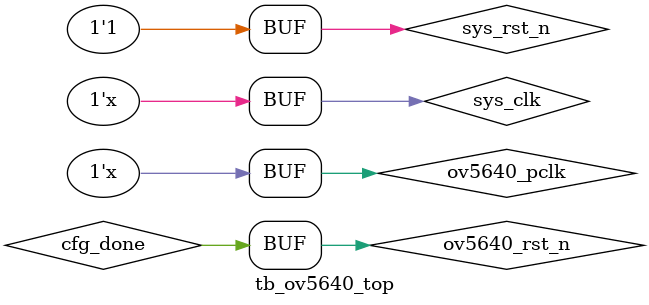
<source format=v>
`timescale  1ns/1ns

module  tb_ov5640_top();

//********************************************************************//
//****************** Parameter and Internal Signal *******************//
//********************************************************************//
//parameter define
parameter   H_VALID   =   10'd640 ,   //行有效数据
            H_TOTAL   =   10'd784 ;   //行扫描周期
parameter   V_SYNC    =   10'd4   ,   //场同步
            V_BACK    =   10'd18  ,   //场时序后沿
            V_VALID   =   10'd480 ,   //场有效数据
            V_FRONT   =   10'd8   ,   //场时序前沿
            V_TOTAL   =   10'd510 ;   //场扫描周期

//wire  define
wire            ov5640_href     ;   //行同步信号
wire            ov5640_vsync    ;   //场同步信号
wire            cfg_done        ;   //寄存器配置完成
wire            sccb_scl        ;   //SCL
wire            sccb_sda        ;   //SDA
wire            wr_en           ;   //图像数据有效使能信号
wire    [15:0]  wr_data         ;   //图像数据
wire            ov5640_rst_n    ;   //模拟ov5640复位信号

//reg   define
reg             sys_clk         ;   //模拟时钟信号
reg             sys_rst_n       ;   //模拟复位信号
reg             ov5640_pclk     ;   //模拟摄像头时钟信号
reg     [7:0]   ov5640_data     ;   //模拟摄像头采集图像数据
reg     [11:0]  cnt_h           ;   //行同步计数器
reg     [9:0]   cnt_v           ;   //场同步计数器

//********************************************************************//
//***************************** Main Code ****************************//
//********************************************************************//

// 制造信号，正规的工程中，不需要创造这么多信号，都是摄像头内部自己产生的
//时钟、复位信号
initial
  begin
    sys_clk     =   1'b1    ;
    ov5640_pclk =   1'b1    ;
    sys_rst_n   <=  1'b0    ;
    #200
    sys_rst_n   <=  1'b1    ;
  end

always  #20 sys_clk = ~sys_clk;
always  #20 ov5640_pclk = ~ov5640_pclk;

assign  ov5640_rst_n = sys_rst_n && cfg_done;

//cnt_h:行同步信号计数器
always@(posedge sys_clk or  negedge sys_rst_n)
    if(sys_rst_n == 1'b0)
        cnt_h   <=  12'd0   ;
    else    if(cnt_h == ((H_TOTAL * 2) - 1'b1))
        cnt_h   <=  12'd0   ;
    else
        cnt_h   <=  cnt_h + 1'd1   ;

//ov5640_href:行同步信号
assign  ov5640_href = (((cnt_h >= 0)
                      && (cnt_h <= ((H_VALID * 2) - 1'b1)))
                      && ((cnt_v >= (V_SYNC + V_BACK))
                      && (cnt_v <= (V_SYNC + V_BACK + V_VALID - 1'b1))))
                      ? 1'b1 : 1'b0  ;

//cnt_v:场同步信号计数器
always@(posedge sys_clk or  negedge sys_rst_n)
    if(sys_rst_n == 1'b0)
        cnt_v   <=  10'd0 ;
    else    if((cnt_v == (V_TOTAL - 1'b1))
                && (cnt_h == ((H_TOTAL * 2) - 1'b1)))
        cnt_v   <=  10'd0 ;
    else    if(cnt_h == ((H_TOTAL * 2) - 1'b1))
        cnt_v   <=  cnt_v + 1'd1 ;
    else
        cnt_v   <=  cnt_v ;

//vsync:场同步信号
assign  ov5640_vsync = (cnt_v  <= (V_SYNC - 1'b1)) ? 1'b1 : 1'b0  ;

//ov5640_data:模拟摄像头采集图像数据
always@(posedge sys_clk or  negedge sys_rst_n)
    if(sys_rst_n == 1'b0)
        ov5640_data <=  8'd0;
    else    if(ov5640_href == 1'b1)
        ov5640_data <=  ov5640_data + 1'b1;
    else
        ov5640_data <=  8'd0;

//********************************************************************//
//*************************** Instantiation **************************//
//********************************************************************//
//------------- ov5640_top_inst -------------
ov5640_top  ov5640_top_inst(
    // input
    .sys_clk         (sys_clk       ),   //系统时钟
    .sys_rst_n       (sys_rst_n     ),   //复位信号
    .sys_init_done   (ov5640_rst_n  ),   //系统初始化完成(SDRAM + 摄像头)
    // input
    .ov5640_pclk     (ov5640_pclk   ),   //摄像头像素时钟
    .ov5640_href     (ov5640_href   ),   //摄像头行同步信号
    .ov5640_vsync    (ov5640_vsync  ),   //摄像头场同步信号
    .ov5640_data     (ov5640_data   ),   //摄像头图像数据
    // output
    .cfg_done        (cfg_done      ),   //寄存器配置完成
    .sccb_scl        (sccb_scl      ),   //SCL  (没用)
    .sccb_sda        (sccb_sda      ),   //SDA （没用）
    .ov5640_wr_en    (wr_en         ),   //图像数据有效使能信号
    .ov5640_data_out (wr_data       )    //图像数据

);

endmodule


</source>
